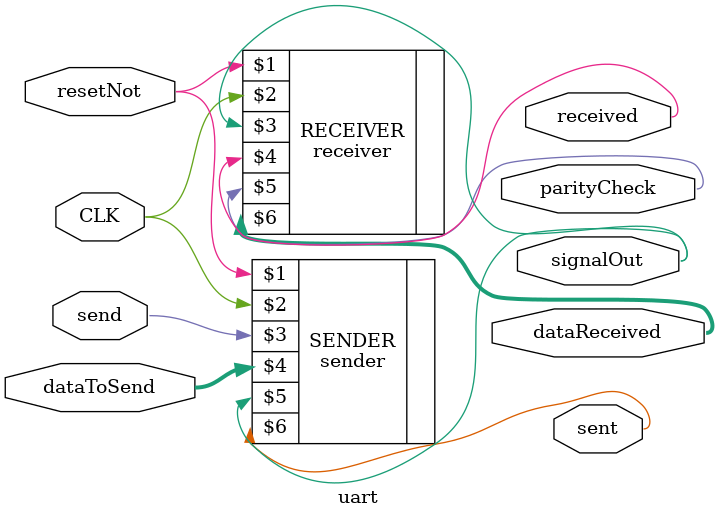
<source format=v>
module uart #(
    parameter START_SIG = 1
) (
    input           resetNot,
    input           CLK,
    input           send,
    input   [6:0]   dataToSend,
    output			signalOut,
    output          sent,
    output          received,
    output  [6:0]   dataReceived,
    output          parityCheck
);

sender #(START_SIG) SENDER (resetNot, CLK, send, dataToSend, signalOut, sent);
receiver #(START_SIG) RECEIVER (resetNot, CLK, signalOut, received, parityCheck, dataReceived);
    
endmodule
</source>
